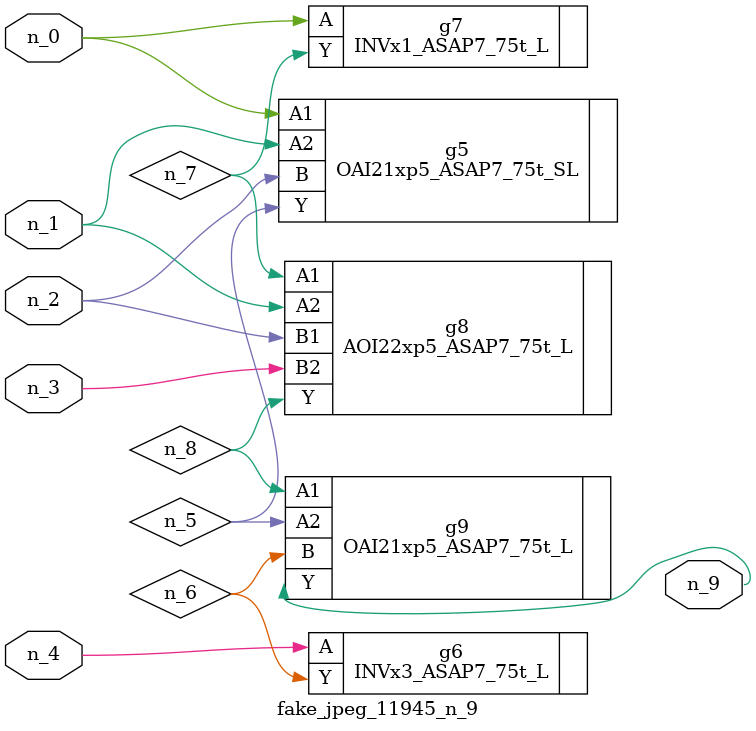
<source format=v>
module fake_jpeg_11945_n_9 (n_3, n_2, n_1, n_0, n_4, n_9);

input n_3;
input n_2;
input n_1;
input n_0;
input n_4;

output n_9;

wire n_8;
wire n_6;
wire n_5;
wire n_7;

OAI21xp5_ASAP7_75t_SL g5 ( 
.A1(n_0),
.A2(n_1),
.B(n_2),
.Y(n_5)
);

INVx3_ASAP7_75t_L g6 ( 
.A(n_4),
.Y(n_6)
);

INVx1_ASAP7_75t_L g7 ( 
.A(n_0),
.Y(n_7)
);

AOI22xp5_ASAP7_75t_L g8 ( 
.A1(n_7),
.A2(n_1),
.B1(n_2),
.B2(n_3),
.Y(n_8)
);

OAI21xp5_ASAP7_75t_L g9 ( 
.A1(n_8),
.A2(n_5),
.B(n_6),
.Y(n_9)
);


endmodule
</source>
